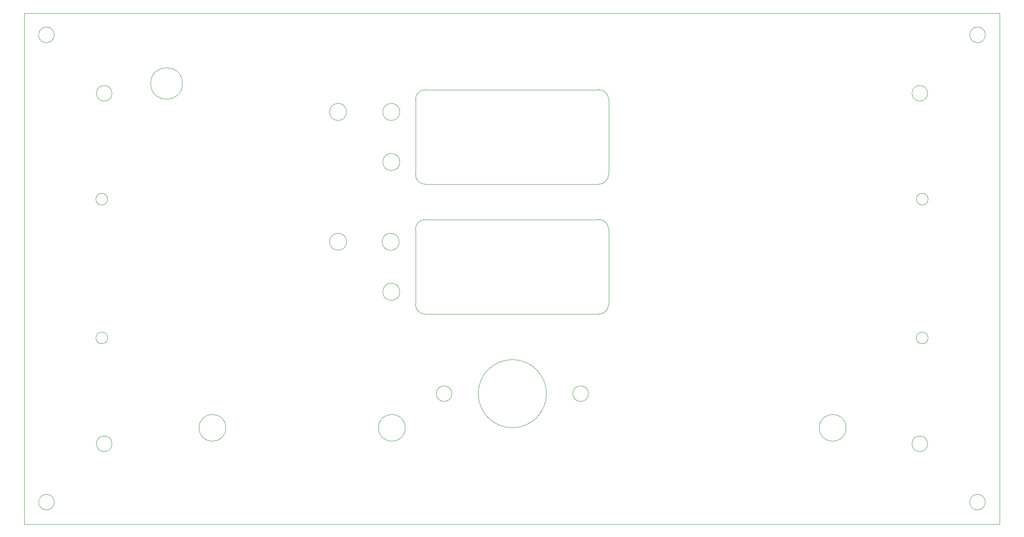
<source format=gbr>
%TF.GenerationSoftware,KiCad,Pcbnew,(5.1.9)-1*%
%TF.CreationDate,2021-03-04T22:04:08+01:00*%
%TF.ProjectId,frontplate,66726f6e-7470-46c6-9174-652e6b696361,rev?*%
%TF.SameCoordinates,Original*%
%TF.FileFunction,Profile,NP*%
%FSLAX46Y46*%
G04 Gerber Fmt 4.6, Leading zero omitted, Abs format (unit mm)*
G04 Created by KiCad (PCBNEW (5.1.9)-1) date 2021-03-04 22:04:08*
%MOMM*%
%LPD*%
G01*
G04 APERTURE LIST*
%TA.AperFunction,Profile*%
%ADD10C,0.050000*%
%TD*%
G04 APERTURE END LIST*
D10*
X158750000Y-105061000D02*
G75*
G02*
X156750000Y-107061000I-2000000J0D01*
G01*
X121126000Y-107061000D02*
G75*
G02*
X119126000Y-105061000I0J2000000D01*
G01*
X156750000Y-87630000D02*
G75*
G02*
X158750000Y-89630000I0J-2000000D01*
G01*
X119126000Y-89630000D02*
G75*
G02*
X121126000Y-87630000I2000000J0D01*
G01*
X158750000Y-78391000D02*
G75*
G02*
X156750000Y-80391000I-2000000J0D01*
G01*
X121126000Y-80391000D02*
G75*
G02*
X119126000Y-78391000I0J2000000D01*
G01*
X156750000Y-60960000D02*
G75*
G02*
X158750000Y-62960000I0J-2000000D01*
G01*
X121126000Y-60960000D02*
G75*
G03*
X119126000Y-62960000I0J-2000000D01*
G01*
X224288000Y-111958000D02*
G75*
G03*
X224288000Y-111958000I-1200000J0D01*
G01*
X224288000Y-83458000D02*
G75*
G03*
X224288000Y-83458000I-1200000J0D01*
G01*
X55978000Y-111958000D02*
G75*
G03*
X55978000Y-111958000I-1200000J0D01*
G01*
X55978000Y-83458000D02*
G75*
G03*
X55978000Y-83458000I-1200000J0D01*
G01*
X236033000Y-145708000D02*
G75*
G03*
X236033000Y-145708000I-1600000J0D01*
G01*
X224188000Y-133708000D02*
G75*
G03*
X224188000Y-133708000I-1600000J0D01*
G01*
X154608000Y-123413000D02*
G75*
G03*
X154608000Y-123413000I-1600000J0D01*
G01*
X126608000Y-123413000D02*
G75*
G03*
X126608000Y-123413000I-1600000J0D01*
G01*
X236033000Y-49708000D02*
G75*
G03*
X236033000Y-49708000I-1600000J0D01*
G01*
X224188000Y-61708000D02*
G75*
G03*
X224188000Y-61708000I-1600000J0D01*
G01*
X45033000Y-145708000D02*
G75*
G03*
X45033000Y-145708000I-1600000J0D01*
G01*
X56878000Y-133708000D02*
G75*
G03*
X56878000Y-133708000I-1600000J0D01*
G01*
X45033000Y-49708000D02*
G75*
G03*
X45033000Y-49708000I-1600000J0D01*
G01*
X56878000Y-61708000D02*
G75*
G03*
X56878000Y-61708000I-1600000J0D01*
G01*
X156750000Y-107061000D02*
X121126000Y-107061000D01*
X121126000Y-87630000D02*
X156750000Y-87630000D01*
X158750000Y-89630000D02*
X158750000Y-105061000D01*
X119126000Y-105061000D02*
X119126000Y-89630000D01*
X119126000Y-78391000D02*
X119126000Y-62960000D01*
X156750000Y-80391000D02*
X121126000Y-80391000D01*
X158750000Y-62960000D02*
X158750000Y-78391000D01*
X121126000Y-60960000D02*
X156750000Y-60960000D01*
X71332000Y-59690000D02*
G75*
G03*
X71332000Y-59690000I-3250000J0D01*
G01*
X80230000Y-130429000D02*
G75*
G03*
X80230000Y-130429000I-2750000J0D01*
G01*
X117050000Y-130429000D02*
G75*
G03*
X117050000Y-130429000I-2750000J0D01*
G01*
X207474000Y-130429000D02*
G75*
G03*
X207474000Y-130429000I-2750000J0D01*
G01*
X105001000Y-65532000D02*
G75*
G03*
X105001000Y-65532000I-1750000J0D01*
G01*
X115923000Y-65532000D02*
G75*
G03*
X115923000Y-65532000I-1750000J0D01*
G01*
X115923000Y-75819000D02*
G75*
G03*
X115923000Y-75819000I-1750000J0D01*
G01*
X105001000Y-92202000D02*
G75*
G03*
X105001000Y-92202000I-1750000J0D01*
G01*
X115796000Y-92202000D02*
G75*
G03*
X115796000Y-92202000I-1750000J0D01*
G01*
X115923000Y-102489000D02*
G75*
G03*
X115923000Y-102489000I-1750000J0D01*
G01*
X146008000Y-123413000D02*
G75*
G03*
X146008000Y-123413000I-7000000J0D01*
G01*
X38933000Y-45208000D02*
X238933000Y-45208000D01*
X38933000Y-150208000D02*
X38933000Y-45208000D01*
X238933000Y-150208000D02*
X38933000Y-150208000D01*
X238933000Y-45208000D02*
X238933000Y-150208000D01*
M02*

</source>
